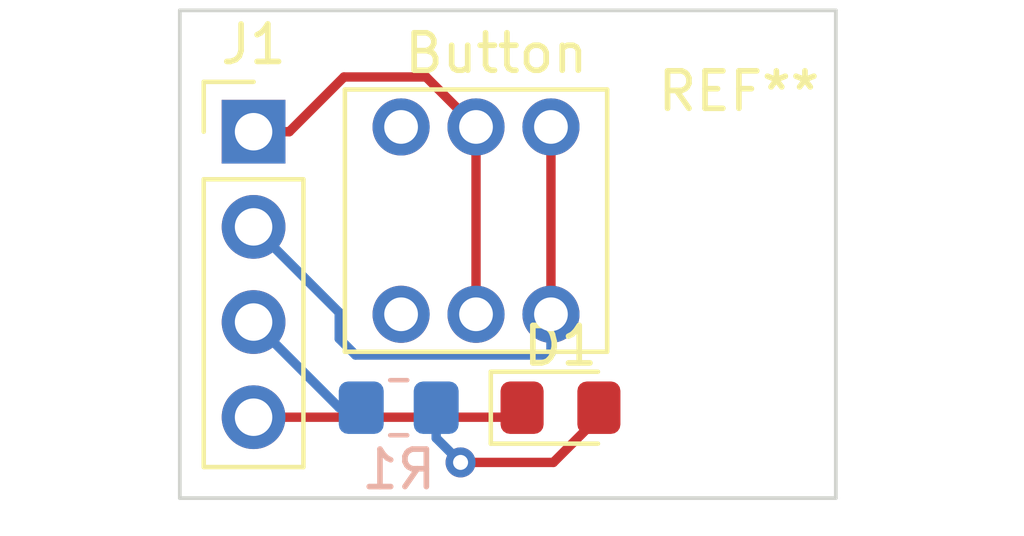
<source format=kicad_pcb>
(kicad_pcb (version 20171130) (host pcbnew "(5.1.10-1-10_14)")

  (general
    (thickness 1.6)
    (drawings 4)
    (tracks 24)
    (zones 0)
    (modules 5)
    (nets 8)
  )

  (page A4)
  (layers
    (0 F.Cu signal)
    (31 B.Cu signal)
    (32 B.Adhes user)
    (33 F.Adhes user)
    (34 B.Paste user)
    (35 F.Paste user)
    (36 B.SilkS user)
    (37 F.SilkS user)
    (38 B.Mask user)
    (39 F.Mask user)
    (40 Dwgs.User user)
    (41 Cmts.User user)
    (42 Eco1.User user)
    (43 Eco2.User user)
    (44 Edge.Cuts user)
    (45 Margin user)
    (46 B.CrtYd user)
    (47 F.CrtYd user)
    (48 B.Fab user)
    (49 F.Fab user)
  )

  (setup
    (last_trace_width 0.25)
    (trace_clearance 0.2)
    (zone_clearance 0.508)
    (zone_45_only no)
    (trace_min 0.2)
    (via_size 0.8)
    (via_drill 0.4)
    (via_min_size 0.4)
    (via_min_drill 0.3)
    (uvia_size 0.3)
    (uvia_drill 0.1)
    (uvias_allowed no)
    (uvia_min_size 0.2)
    (uvia_min_drill 0.1)
    (edge_width 0.1)
    (segment_width 0.2)
    (pcb_text_width 0.3)
    (pcb_text_size 1.5 1.5)
    (mod_edge_width 0.15)
    (mod_text_size 1 1)
    (mod_text_width 0.15)
    (pad_size 1.524 1.524)
    (pad_drill 0.762)
    (pad_to_mask_clearance 0)
    (aux_axis_origin 0 0)
    (visible_elements FFFFFF7F)
    (pcbplotparams
      (layerselection 0x010fc_ffffffff)
      (usegerberextensions false)
      (usegerberattributes true)
      (usegerberadvancedattributes true)
      (creategerberjobfile true)
      (excludeedgelayer true)
      (linewidth 0.100000)
      (plotframeref false)
      (viasonmask false)
      (mode 1)
      (useauxorigin false)
      (hpglpennumber 1)
      (hpglpenspeed 20)
      (hpglpendiameter 15.000000)
      (psnegative false)
      (psa4output false)
      (plotreference true)
      (plotvalue true)
      (plotinvisibletext false)
      (padsonsilk false)
      (subtractmaskfromsilk false)
      (outputformat 1)
      (mirror false)
      (drillshape 1)
      (scaleselection 1)
      (outputdirectory ""))
  )

  (net 0 "")
  (net 1 GND)
  (net 2 "Net-(D1-Pad2)")
  (net 3 "Net-(J1-Pad1)")
  (net 4 "Net-(J1-Pad2)")
  (net 5 "Net-(J1-Pad3)")
  (net 6 "Net-(SW1-Pad1)")
  (net 7 "Net-(SW1-Pad4)")

  (net_class Default "This is the default net class."
    (clearance 0.2)
    (trace_width 0.25)
    (via_dia 0.8)
    (via_drill 0.4)
    (uvia_dia 0.3)
    (uvia_drill 0.1)
    (add_net GND)
    (add_net "Net-(D1-Pad2)")
    (add_net "Net-(J1-Pad1)")
    (add_net "Net-(J1-Pad2)")
    (add_net "Net-(J1-Pad3)")
    (add_net "Net-(SW1-Pad1)")
    (add_net "Net-(SW1-Pad4)")
  )

  (module MountingHole:MountingHole_2.5mm (layer F.Cu) (tedit 56D1B4CB) (tstamp 616126D5)
    (at 179.959 99.6315)
    (descr "Mounting Hole 2.5mm, no annular")
    (tags "mounting hole 2.5mm no annular")
    (attr virtual)
    (fp_text reference REF** (at 0.4445 -3.4925) (layer F.SilkS)
      (effects (font (size 1 1) (thickness 0.15)))
    )
    (fp_text value MountingHole_2.5mm (at 0 3.5) (layer F.Fab)
      (effects (font (size 1 1) (thickness 0.15)))
    )
    (fp_text user %R (at 0.3 0) (layer F.Fab)
      (effects (font (size 1 1) (thickness 0.15)))
    )
    (fp_circle (center 0 0) (end 2.5 0) (layer Cmts.User) (width 0.15))
    (fp_circle (center 0 0) (end 2.75 0) (layer F.CrtYd) (width 0.05))
    (pad 1 np_thru_hole circle (at 0 0) (size 2.5 2.5) (drill 2.5) (layers *.Cu *.Mask))
  )

  (module LED_SMD:LED_0805_2012Metric_Pad1.15x1.40mm_HandSolder (layer F.Cu) (tedit 5F68FEF1) (tstamp 6160C8BC)
    (at 175.641 104.5845)
    (descr "LED SMD 0805 (2012 Metric), square (rectangular) end terminal, IPC_7351 nominal, (Body size source: https://docs.google.com/spreadsheets/d/1BsfQQcO9C6DZCsRaXUlFlo91Tg2WpOkGARC1WS5S8t0/edit?usp=sharing), generated with kicad-footprint-generator")
    (tags "LED handsolder")
    (path /6160DA84)
    (attr smd)
    (fp_text reference D1 (at 0 -1.65 180) (layer F.SilkS)
      (effects (font (size 1 1) (thickness 0.15)))
    )
    (fp_text value LED (at 0 1.65 180) (layer F.Fab)
      (effects (font (size 1 1) (thickness 0.15)))
    )
    (fp_line (start 1.85 0.95) (end -1.85 0.95) (layer F.CrtYd) (width 0.05))
    (fp_line (start 1.85 -0.95) (end 1.85 0.95) (layer F.CrtYd) (width 0.05))
    (fp_line (start -1.85 -0.95) (end 1.85 -0.95) (layer F.CrtYd) (width 0.05))
    (fp_line (start -1.85 0.95) (end -1.85 -0.95) (layer F.CrtYd) (width 0.05))
    (fp_line (start -1.86 0.96) (end 1 0.96) (layer F.SilkS) (width 0.12))
    (fp_line (start -1.86 -0.96) (end -1.86 0.96) (layer F.SilkS) (width 0.12))
    (fp_line (start 1 -0.96) (end -1.86 -0.96) (layer F.SilkS) (width 0.12))
    (fp_line (start 1 0.6) (end 1 -0.6) (layer F.Fab) (width 0.1))
    (fp_line (start -1 0.6) (end 1 0.6) (layer F.Fab) (width 0.1))
    (fp_line (start -1 -0.3) (end -1 0.6) (layer F.Fab) (width 0.1))
    (fp_line (start -0.7 -0.6) (end -1 -0.3) (layer F.Fab) (width 0.1))
    (fp_line (start 1 -0.6) (end -0.7 -0.6) (layer F.Fab) (width 0.1))
    (fp_text user %R (at 0 0 180) (layer F.Fab)
      (effects (font (size 0.5 0.5) (thickness 0.08)))
    )
    (pad 1 smd roundrect (at -1.025 0) (size 1.15 1.4) (layers F.Cu F.Paste F.Mask) (roundrect_rratio 0.217391)
      (net 1 GND))
    (pad 2 smd roundrect (at 1.025 0) (size 1.15 1.4) (layers F.Cu F.Paste F.Mask) (roundrect_rratio 0.217391)
      (net 2 "Net-(D1-Pad2)"))
    (model ${KISYS3DMOD}/LED_SMD.3dshapes/LED_0805_2012Metric.wrl
      (at (xyz 0 0 0))
      (scale (xyz 1 1 1))
      (rotate (xyz 0 0 0))
    )
  )

  (module Connector_PinHeader_2.54mm:PinHeader_1x04_P2.54mm_Vertical (layer F.Cu) (tedit 59FED5CC) (tstamp 6160C8D4)
    (at 167.4495 97.2185)
    (descr "Through hole straight pin header, 1x04, 2.54mm pitch, single row")
    (tags "Through hole pin header THT 1x04 2.54mm single row")
    (path /6160D331)
    (fp_text reference J1 (at 0 -2.33) (layer F.SilkS)
      (effects (font (size 1 1) (thickness 0.15)))
    )
    (fp_text value Conn_01x04_Male (at 0 9.95) (layer F.Fab)
      (effects (font (size 1 1) (thickness 0.15)))
    )
    (fp_line (start 1.8 -1.8) (end -1.8 -1.8) (layer F.CrtYd) (width 0.05))
    (fp_line (start 1.8 9.4) (end 1.8 -1.8) (layer F.CrtYd) (width 0.05))
    (fp_line (start -1.8 9.4) (end 1.8 9.4) (layer F.CrtYd) (width 0.05))
    (fp_line (start -1.8 -1.8) (end -1.8 9.4) (layer F.CrtYd) (width 0.05))
    (fp_line (start -1.33 -1.33) (end 0 -1.33) (layer F.SilkS) (width 0.12))
    (fp_line (start -1.33 0) (end -1.33 -1.33) (layer F.SilkS) (width 0.12))
    (fp_line (start -1.33 1.27) (end 1.33 1.27) (layer F.SilkS) (width 0.12))
    (fp_line (start 1.33 1.27) (end 1.33 8.95) (layer F.SilkS) (width 0.12))
    (fp_line (start -1.33 1.27) (end -1.33 8.95) (layer F.SilkS) (width 0.12))
    (fp_line (start -1.33 8.95) (end 1.33 8.95) (layer F.SilkS) (width 0.12))
    (fp_line (start -1.27 -0.635) (end -0.635 -1.27) (layer F.Fab) (width 0.1))
    (fp_line (start -1.27 8.89) (end -1.27 -0.635) (layer F.Fab) (width 0.1))
    (fp_line (start 1.27 8.89) (end -1.27 8.89) (layer F.Fab) (width 0.1))
    (fp_line (start 1.27 -1.27) (end 1.27 8.89) (layer F.Fab) (width 0.1))
    (fp_line (start -0.635 -1.27) (end 1.27 -1.27) (layer F.Fab) (width 0.1))
    (fp_text user %R (at 0 3.81 90) (layer F.Fab)
      (effects (font (size 1 1) (thickness 0.15)))
    )
    (pad 1 thru_hole rect (at 0 0) (size 1.7 1.7) (drill 1) (layers *.Cu *.Mask)
      (net 3 "Net-(J1-Pad1)"))
    (pad 2 thru_hole oval (at 0 2.54) (size 1.7 1.7) (drill 1) (layers *.Cu *.Mask)
      (net 4 "Net-(J1-Pad2)"))
    (pad 3 thru_hole oval (at 0 5.08) (size 1.7 1.7) (drill 1) (layers *.Cu *.Mask)
      (net 5 "Net-(J1-Pad3)"))
    (pad 4 thru_hole oval (at 0 7.62) (size 1.7 1.7) (drill 1) (layers *.Cu *.Mask)
      (net 1 GND))
    (model ${KISYS3DMOD}/Connector_PinHeader_2.54mm.3dshapes/PinHeader_1x04_P2.54mm_Vertical.wrl
      (at (xyz 0 0 0))
      (scale (xyz 1 1 1))
      (rotate (xyz 0 0 0))
    )
  )

  (module "Button_Switch_THT:DPDT Latching Push Button" (layer F.Cu) (tedit 616051A9) (tstamp 6160C8F3)
    (at 171.3865 97.0915)
    (path /61610CD2)
    (fp_text reference Button (at 2.54 -1.9685) (layer F.SilkS)
      (effects (font (size 1 1) (thickness 0.15)))
    )
    (fp_text value SW_Push_DPDT (at 1.27 -2.54) (layer F.Fab)
      (effects (font (size 1 1) (thickness 0.15)))
    )
    (fp_line (start -1.5 6) (end 5.5 6) (layer F.SilkS) (width 0.12))
    (fp_line (start 5.5 -1) (end 5.5 6) (layer F.SilkS) (width 0.12))
    (fp_line (start -1.5 -1) (end -1.5 6) (layer F.SilkS) (width 0.12))
    (fp_line (start -1.5 -1) (end 5.5 -1) (layer F.SilkS) (width 0.12))
    (pad 1 thru_hole circle (at 0 0) (size 1.524 1.524) (drill 0.9) (layers *.Cu *.Mask)
      (net 6 "Net-(SW1-Pad1)"))
    (pad 2 thru_hole circle (at 2 0) (size 1.524 1.524) (drill 0.9) (layers *.Cu *.Mask)
      (net 3 "Net-(J1-Pad1)"))
    (pad 3 thru_hole circle (at 4 0) (size 1.524 1.524) (drill 0.9) (layers *.Cu *.Mask)
      (net 4 "Net-(J1-Pad2)"))
    (pad 6 thru_hole circle (at 4 5) (size 1.524 1.524) (drill 0.9) (layers *.Cu *.Mask)
      (net 4 "Net-(J1-Pad2)"))
    (pad 5 thru_hole circle (at 2 5) (size 1.524 1.524) (drill 0.9) (layers *.Cu *.Mask)
      (net 3 "Net-(J1-Pad1)"))
    (pad 4 thru_hole circle (at 0 5) (size 1.524 1.524) (drill 0.9) (layers *.Cu *.Mask)
      (net 7 "Net-(SW1-Pad4)"))
  )

  (module Resistor_SMD:R_0805_2012Metric_Pad1.20x1.40mm_HandSolder (layer B.Cu) (tedit 5F68FEEE) (tstamp 6160CACE)
    (at 171.323 104.5845)
    (descr "Resistor SMD 0805 (2012 Metric), square (rectangular) end terminal, IPC_7351 nominal with elongated pad for handsoldering. (Body size source: IPC-SM-782 page 72, https://www.pcb-3d.com/wordpress/wp-content/uploads/ipc-sm-782a_amendment_1_and_2.pdf), generated with kicad-footprint-generator")
    (tags "resistor handsolder")
    (path /6160EAC5)
    (attr smd)
    (fp_text reference R1 (at 0 1.65) (layer B.SilkS)
      (effects (font (size 1 1) (thickness 0.15)) (justify mirror))
    )
    (fp_text value R (at -0.0635 -0.381) (layer B.Fab)
      (effects (font (size 1 1) (thickness 0.15)) (justify mirror))
    )
    (fp_line (start 1.85 -0.95) (end -1.85 -0.95) (layer B.CrtYd) (width 0.05))
    (fp_line (start 1.85 0.95) (end 1.85 -0.95) (layer B.CrtYd) (width 0.05))
    (fp_line (start -1.85 0.95) (end 1.85 0.95) (layer B.CrtYd) (width 0.05))
    (fp_line (start -1.85 -0.95) (end -1.85 0.95) (layer B.CrtYd) (width 0.05))
    (fp_line (start -0.227064 -0.735) (end 0.227064 -0.735) (layer B.SilkS) (width 0.12))
    (fp_line (start -0.227064 0.735) (end 0.227064 0.735) (layer B.SilkS) (width 0.12))
    (fp_line (start 1 -0.625) (end -1 -0.625) (layer B.Fab) (width 0.1))
    (fp_line (start 1 0.625) (end 1 -0.625) (layer B.Fab) (width 0.1))
    (fp_line (start -1 0.625) (end 1 0.625) (layer B.Fab) (width 0.1))
    (fp_line (start -1 -0.625) (end -1 0.625) (layer B.Fab) (width 0.1))
    (fp_text user %R (at 0 0) (layer B.Fab)
      (effects (font (size 0.5 0.5) (thickness 0.08)) (justify mirror))
    )
    (pad 1 smd roundrect (at -1 0) (size 1.2 1.4) (layers B.Cu B.Paste B.Mask) (roundrect_rratio 0.208333)
      (net 5 "Net-(J1-Pad3)"))
    (pad 2 smd roundrect (at 1 0) (size 1.2 1.4) (layers B.Cu B.Paste B.Mask) (roundrect_rratio 0.208333)
      (net 2 "Net-(D1-Pad2)"))
    (model ${KISYS3DMOD}/Resistor_SMD.3dshapes/R_0805_2012Metric.wrl
      (at (xyz 0 0 0))
      (scale (xyz 1 1 1))
      (rotate (xyz 0 0 0))
    )
  )

  (gr_line (start 165.481 106.9975) (end 165.481 93.98) (layer Edge.Cuts) (width 0.1) (tstamp 61612912))
  (gr_line (start 182.9895 106.9975) (end 165.481 106.9975) (layer Edge.Cuts) (width 0.1))
  (gr_line (start 182.9895 93.98) (end 182.9895 106.9975) (layer Edge.Cuts) (width 0.1))
  (gr_line (start 165.481 93.98) (end 182.9895 93.98) (layer Edge.Cuts) (width 0.1))

  (segment (start 174.616 104.5845) (end 174.616 105.1015) (width 0.25) (layer F.Cu) (net 1))
  (segment (start 174.353 104.8385) (end 167.4495 104.8385) (width 0.25) (layer F.Cu) (net 1))
  (segment (start 174.616 105.1015) (end 174.353 104.8385) (width 0.25) (layer F.Cu) (net 1))
  (segment (start 176.666 104.5845) (end 176.666 104.8295) (width 0.25) (layer F.Cu) (net 2))
  (segment (start 176.666 104.8295) (end 175.4505 106.045) (width 0.25) (layer F.Cu) (net 2))
  (segment (start 175.4505 106.045) (end 172.974 106.045) (width 0.25) (layer F.Cu) (net 2))
  (segment (start 172.974 106.045) (end 172.974 106.045) (width 0.25) (layer F.Cu) (net 2) (tstamp 616128AD))
  (via (at 172.974 106.045) (size 0.8) (drill 0.4) (layers F.Cu B.Cu) (net 2))
  (segment (start 172.323 105.394) (end 172.974 106.045) (width 0.25) (layer B.Cu) (net 2))
  (segment (start 172.323 104.5845) (end 172.323 105.394) (width 0.25) (layer B.Cu) (net 2))
  (segment (start 173.3865 97.0915) (end 173.3865 102.0915) (width 0.25) (layer F.Cu) (net 3))
  (segment (start 167.4495 97.2185) (end 168.402 97.2185) (width 0.25) (layer F.Cu) (net 3))
  (segment (start 168.402 97.2185) (end 169.8625 95.758) (width 0.25) (layer F.Cu) (net 3))
  (segment (start 172.053 95.758) (end 173.3865 97.0915) (width 0.25) (layer F.Cu) (net 3))
  (segment (start 169.8625 95.758) (end 172.053 95.758) (width 0.25) (layer F.Cu) (net 3))
  (segment (start 167.4495 99.7585) (end 169.7355 102.0445) (width 0.25) (layer B.Cu) (net 4))
  (segment (start 169.7355 102.0445) (end 169.7355 102.743) (width 0.25) (layer B.Cu) (net 4))
  (segment (start 170.171001 103.178501) (end 175.332499 103.178501) (width 0.25) (layer B.Cu) (net 4))
  (segment (start 169.7355 102.743) (end 170.171001 103.178501) (width 0.25) (layer B.Cu) (net 4))
  (segment (start 175.3865 103.1245) (end 175.3865 102.0915) (width 0.25) (layer B.Cu) (net 4))
  (segment (start 175.332499 103.178501) (end 175.3865 103.1245) (width 0.25) (layer B.Cu) (net 4))
  (segment (start 175.3865 102.0915) (end 175.3865 97.0915) (width 0.25) (layer F.Cu) (net 4))
  (segment (start 169.7355 104.5845) (end 170.323 104.5845) (width 0.25) (layer B.Cu) (net 5))
  (segment (start 167.4495 102.2985) (end 169.7355 104.5845) (width 0.25) (layer B.Cu) (net 5))

)

</source>
